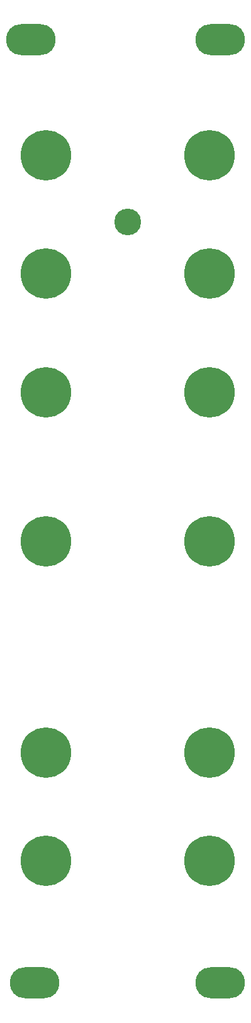
<source format=gbl>
G04 #@! TF.GenerationSoftware,KiCad,Pcbnew,(6.0.0)*
G04 #@! TF.CreationDate,2022-01-31T09:39:20+01:00*
G04 #@! TF.ProjectId,Snare+Hihat,536e6172-652b-4486-9968-61742e6b6963,rev?*
G04 #@! TF.SameCoordinates,Original*
G04 #@! TF.FileFunction,Copper,L2,Bot*
G04 #@! TF.FilePolarity,Positive*
%FSLAX46Y46*%
G04 Gerber Fmt 4.6, Leading zero omitted, Abs format (unit mm)*
G04 Created by KiCad (PCBNEW (6.0.0)) date 2022-01-31 09:39:20*
%MOMM*%
%LPD*%
G01*
G04 APERTURE LIST*
G04 #@! TA.AperFunction,ComponentPad*
%ADD10O,6.700000X4.200000*%
G04 #@! TD*
G04 #@! TA.AperFunction,ViaPad*
%ADD11C,6.800000*%
G04 #@! TD*
G04 #@! TA.AperFunction,ViaPad*
%ADD12C,3.600000*%
G04 #@! TD*
G04 APERTURE END LIST*
D10*
X150000000Y-149500000D03*
X124500000Y-22500000D03*
X150000000Y-22500000D03*
X125000000Y-149500000D03*
D11*
X126500000Y-133000000D03*
X148500000Y-133000000D03*
X126500000Y-118500000D03*
X148500000Y-118500000D03*
X148500000Y-90000000D03*
X148500000Y-70000000D03*
X148500000Y-54000000D03*
X126500000Y-38000000D03*
X148500000Y-38000000D03*
X126500000Y-70000000D03*
D12*
X137500000Y-47000000D03*
D11*
X126500000Y-90000000D03*
X126500000Y-54000000D03*
M02*

</source>
